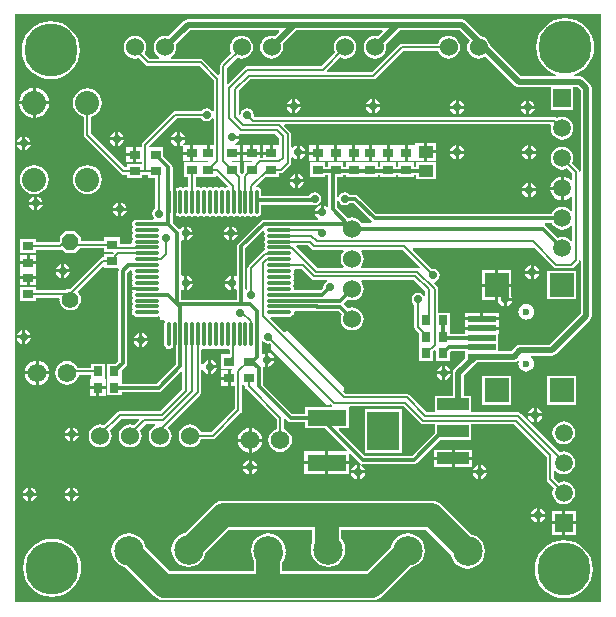
<source format=gtl>
%FSLAX24Y24*%
%MOMM*%
%SFA1B1*%

%IPPOS*%
%AMD56*
4,1,8,0.701040,0.292100,0.292100,0.701040,-0.292100,0.701040,-0.701040,0.292100,-0.701040,-0.292100,-0.292100,-0.701040,0.292100,-0.701040,0.701040,-0.292100,0.701040,0.292100,0.0*
%
%ADD13C,0.199898*%
%ADD17O,0.299974X2.100072*%
%ADD18O,2.100072X0.299974*%
%ADD19R,0.899922X0.800100*%
%ADD20R,0.800100X0.899922*%
%ADD21R,1.299972X0.999998*%
%ADD22R,2.700020X0.999998*%
%ADD23R,2.700020X3.299968*%
%ADD24R,3.299968X1.400048*%
%ADD46R,1.999996X1.999996*%
%ADD47R,2.400046X0.499872*%
%ADD48C,0.299974*%
%ADD49C,0.499872*%
%ADD50C,1.999996*%
%ADD51C,2.500122*%
%ADD52C,1.524000*%
%ADD53R,1.500124X1.500124*%
%ADD54C,1.500124*%
%ADD55C,1.400048*%
G04~CAMADD=56~4~0.0~0.0~551.2~551.2~0.0~161.4~0~0.0~0.0~0.0~0.0~0~0.0~0.0~0.0~0.0~0~0.0~0.0~0.0~315.0~551.2~551.2*
%ADD56D56*%
%ADD57C,0.599948*%
%ADD58C,2.032000*%
%ADD59C,1.574800*%
%ADD60C,0.700024*%
%ADD61C,4.500118*%
%LNpcb_cloud_controller-1*%
%LPD*%
G36*
X1436370Y619760D02*
X939800D01*
Y1117600*
X1436370*
Y619760*
G37*
%LNpcb_cloud_controller-2*%
%LPC*%
G36*
X1405890Y1114277D02*
X1401086Y1113805D01*
X1396469Y1112405*
X1392212Y1110129*
X1388480Y1107066*
X1385420Y1103337*
X1383144Y1099080*
X1381744Y1094463*
X1381272Y1089660*
X1381744Y1084856*
X1383144Y1080239*
X1385420Y1075982*
X1388480Y1072253*
X1392212Y1069190*
X1396469Y1066914*
X1398470Y1066307*
X1398282Y1065037*
X1368419*
X1341996Y1091463*
X1341902Y1092172*
X1340932Y1094511*
X1339390Y1096520*
X1337381Y1098062*
X1335041Y1099032*
X1334333Y1099126*
X1321503Y1111953*
X1320015Y1112949*
X1318260Y1113297*
X1263650*
X1176020*
X1086149*
X1084394Y1112949*
X1082906Y1111953*
X1069873Y1098923*
X1069611Y1099032*
X1067099Y1099362*
X1064587Y1099032*
X1062248Y1098062*
X1060239Y1096520*
X1058697Y1094511*
X1057727Y1092172*
X1057396Y1089660*
X1057727Y1087147*
X1058697Y1084808*
X1060239Y1082799*
X1062207Y1081288*
X1062220Y1081163*
X1061918Y1080018*
X1054097*
X1049756Y1084359*
X1050102Y1084808*
X1051072Y1087147*
X1051402Y1089660*
X1051072Y1092172*
X1050102Y1094511*
X1048560Y1096520*
X1046551Y1098062*
X1044211Y1099032*
X1041699Y1099362*
X1039187Y1099032*
X1036848Y1098062*
X1034839Y1096520*
X1033297Y1094511*
X1032327Y1092172*
X1031996Y1089660*
X1032327Y1087147*
X1033297Y1084808*
X1034839Y1082799*
X1036848Y1081257*
X1039187Y1080287*
X1041699Y1079957*
X1044211Y1080287*
X1044895Y1080569*
X1050665Y1074795*
X1050668*
X1051659Y1074132*
X1052830Y1073901*
X1096012*
X1108191Y1061722*
Y1035969*
X1106921Y1035583*
X1106324Y1036474*
X1104506Y1037691*
X1102360Y1038118*
X1100213Y1037691*
X1098395Y1036474*
X1097788Y1035568*
X1075690*
X1074519Y1035337*
X1073525Y1034671*
X1048125Y1009274*
X1047462Y1008280*
X1047231Y1007110*
Y1005410*
X1042670*
Y998870*
Y992329*
X1047231*
Y990869*
X1034900*
Y987927*
X1033157*
X1004326Y1016759*
Y1030808*
X1004443Y1030823*
X1007399Y1032047*
X1009939Y1033998*
X1011890Y1036538*
X1013114Y1039495*
X1013533Y1042670*
X1013114Y1045845*
X1011890Y1048801*
X1009939Y1051341*
X1007399Y1053292*
X1004443Y1054516*
X1001268Y1054935*
X998093Y1054516*
X995136Y1053292*
X992596Y1051341*
X990645Y1048801*
X989421Y1045845*
X989002Y1042670*
X989421Y1039495*
X990645Y1036538*
X992596Y1033998*
X995136Y1032047*
X998093Y1030823*
X998209Y1030808*
Y1015492*
X998440Y1014321*
X999106Y1013330*
X1029728Y982708*
X1030719Y982042*
X1031890Y981811*
X1034900*
Y978870*
X1047899*
Y981811*
X1052680*
Y978870*
X1058661*
Y953262*
X1057755Y952654*
X1056538Y950836*
X1056111Y948690*
X1056538Y946543*
X1057534Y945055*
X1057048Y943785*
X1042692*
X1041328Y943513*
X1040170Y942738*
X1039395Y941580*
X1039124Y940216*
X1039395Y938850*
X1040155Y937717*
X1039395Y936581*
X1039124Y935215*
X1039395Y933851*
X1040155Y932715*
X1039395Y931580*
X1039124Y930216*
X1039395Y928850*
X1040155Y927717*
X1039395Y926581*
X1039124Y925215*
X1039279Y924448*
X1038435Y923178*
X1028849*
Y928669*
X1015850*
Y925728*
X995789*
Y929330*
X991290Y933831*
X982289*
X977790Y929330*
Y925235*
X977013Y924458*
X957729*
Y927399*
X944730*
Y915400*
X957729*
Y918342*
X978281*
X979449Y918573*
X979507Y918613*
X982289Y915830*
X991290*
X995070Y919612*
X1015850*
Y916670*
X1023010*
X1023485Y915560*
X1022748Y914669*
X1015850*
Y911727*
X1014349*
X1013178Y911496*
X1012187Y910831*
X986411Y885057*
X984440Y884798*
X982251Y883892*
X982111Y883785*
X982091Y883790*
X982088Y883787*
X957729*
Y886729*
X944730*
Y874730*
X957729*
Y877671*
X976965*
X977803Y876716*
X977712Y876030*
X978021Y873681*
X978928Y871491*
X980371Y869612*
X982251Y868169*
X984440Y867262*
X986790Y866952*
X989139Y867262*
X991328Y868169*
X993208Y869612*
X994651Y871491*
X995558Y873681*
X995867Y876030*
X995558Y878380*
X994651Y880569*
X993208Y882449*
X993162Y883158*
X1014580Y904575*
X1015850Y904049*
Y902670*
X1027115*
X1027864Y901400*
X1027671Y900430*
Y823788*
X1025723Y821839*
X1018270*
Y808840*
Y807869*
Y794870*
X1030269*
Y797801*
X1061720*
X1063086Y798073*
X1064244Y798847*
X1080668Y815271*
X1081841Y814786*
Y800315*
X1062992Y781466*
X1028598*
X1027427Y781232*
X1026434Y780569*
X1015596Y769731*
X1014702Y770102*
X1012190Y770432*
X1009677Y770102*
X1007338Y769132*
X1005329Y767590*
X1003787Y765581*
X1002817Y763242*
X1002487Y760730*
X1002817Y758217*
X1003787Y755878*
X1005329Y753869*
X1007338Y752327*
X1009677Y751357*
X1012190Y751027*
X1014702Y751357*
X1017041Y752327*
X1019050Y753869*
X1020592Y755878*
X1021562Y758217*
X1021892Y760730*
X1021562Y763242*
X1020592Y765581*
X1020376Y765860*
X1029863Y775350*
X1044953*
X1045438Y774176*
X1040996Y769731*
X1040102Y770102*
X1037590Y770432*
X1035077Y770102*
X1032738Y769132*
X1030729Y767590*
X1029187Y765581*
X1028217Y763242*
X1027887Y760730*
X1028217Y758217*
X1029187Y755878*
X1030729Y753869*
X1032738Y752327*
X1035077Y751357*
X1037590Y751027*
X1040102Y751357*
X1042441Y752327*
X1044450Y753869*
X1045992Y755878*
X1046962Y758217*
X1047292Y760730*
X1046962Y763242*
X1045992Y765581*
X1045778Y765860*
X1050582Y770666*
X1058522*
X1058776Y769396*
X1058138Y769132*
X1056129Y767590*
X1054587Y765581*
X1053617Y763242*
X1053287Y760730*
X1053617Y758217*
X1054587Y755878*
X1056129Y753869*
X1058138Y752327*
X1060477Y751357*
X1062990Y751027*
X1065502Y751357*
X1067841Y752327*
X1069850Y753869*
X1071392Y755878*
X1072362Y758217*
X1072692Y760730*
X1072362Y763242*
X1071392Y765581*
X1069850Y767590*
X1069804Y768311*
X1097064Y795571*
X1097727Y796564*
X1097958Y797735*
Y816576*
X1099210Y816792*
X1100546Y814796*
X1102542Y813460*
X1103630Y813244*
Y819150*
Y825055*
X1102542Y824839*
X1100546Y823503*
X1099210Y821507*
X1097958Y821723*
Y833589*
X1099228Y834339*
X1100193Y834146*
X1101559Y834420*
X1102692Y835177*
X1103828Y834420*
X1105194Y834146*
X1106558Y834420*
X1107694Y835177*
X1108829Y834420*
X1110193Y834146*
X1111559Y834420*
X1112692Y835177*
X1113828Y834420*
X1115194Y834146*
X1116558Y834420*
X1117693Y835177*
X1118829Y834420*
X1120193Y834146*
X1120571Y834222*
X1121841Y833196*
Y829609*
X1114910*
Y817610*
X1124219*
X1124996Y816340*
X1124902Y816157*
X1124889Y816150*
X1122680*
Y809609*
Y803069*
X1125971*
Y783587*
X1106172Y763788*
X1097536*
X1096792Y765581*
X1095250Y767590*
X1093241Y769132*
X1090902Y770102*
X1088390Y770432*
X1085877Y770102*
X1083538Y769132*
X1081529Y767590*
X1079987Y765581*
X1079017Y763242*
X1078687Y760730*
X1079017Y758217*
X1079987Y755878*
X1081529Y753869*
X1083538Y752327*
X1085877Y751357*
X1088390Y751027*
X1090902Y751357*
X1093241Y752327*
X1095250Y753869*
X1096792Y755878*
X1097536Y757671*
X1107440*
X1108610Y757902*
X1109604Y758568*
X1131194Y780158*
X1131857Y781149*
X1132088Y782320*
Y803610*
X1134097*
X1134861Y802640*
X1135092Y801469*
X1135758Y800475*
X1161531Y774702*
Y766340*
X1159609Y765545*
X1157546Y763963*
X1155964Y761898*
X1154971Y759498*
X1154630Y756920*
X1154971Y754341*
X1155964Y751941*
X1157546Y749879*
X1159609Y748294*
X1162011Y747301*
X1164590Y746960*
X1167168Y747301*
X1169570Y748294*
X1171630Y749879*
X1173215Y751941*
X1174208Y754341*
X1174549Y756920*
X1174208Y759498*
X1173215Y761898*
X1171630Y763963*
X1169570Y765545*
X1167648Y766340*
Y774959*
X1168918Y775484*
X1170955Y773447*
X1172113Y772673*
X1173480Y772401*
X1185458*
Y766919*
X1202883*
X1221171Y748631*
X1220683Y747458*
X1205230*
Y739190*
X1222999*
Y745144*
X1224173Y745629*
X1231917Y737887*
X1232532Y737476*
X1232852Y737260*
X1232357Y736064*
X1232034Y736127*
X1231900Y736155*
Y731520*
X1236535*
X1236319Y732607*
X1234983Y734603*
X1233528Y735576*
X1233208Y735792*
X1233703Y736988*
X1234025Y736922*
X1234440Y736841*
X1277620*
X1278986Y737113*
X1280144Y737887*
X1299796Y757539*
X1326431*
Y770371*
X1362712*
X1390131Y742952*
Y723900*
X1390362Y722729*
X1391025Y721738*
X1396083Y716681*
X1395364Y714949*
X1395039Y712470*
X1395364Y709990*
X1396321Y707679*
X1397843Y705695*
X1399829Y704171*
X1402140Y703214*
X1404620Y702889*
X1407099Y703214*
X1409410Y704171*
X1411394Y705695*
X1412918Y707679*
X1413875Y709990*
X1414200Y712470*
X1413875Y714949*
X1412918Y717260*
X1411394Y719246*
X1409410Y720768*
X1407099Y721725*
X1404620Y722050*
X1402140Y721725*
X1400408Y721006*
X1396248Y725167*
Y731088*
X1397518Y731520*
X1397843Y731093*
X1399829Y729571*
X1402140Y728614*
X1404620Y728289*
X1407099Y728614*
X1409410Y729571*
X1411394Y731093*
X1412918Y733079*
X1413875Y735390*
X1414200Y737870*
X1413875Y740349*
X1412918Y742660*
X1411394Y744644*
X1409410Y746168*
X1407099Y747125*
X1404620Y747450*
X1402140Y747125*
X1401305Y746780*
X1368493Y779592*
X1367500Y780254*
X1366329Y780488*
X1327678*
X1326431Y780539*
Y794539*
X1319918*
Y811778*
X1331239Y823102*
X1362359*
X1364114Y823450*
X1365605Y824445*
X1366674Y823722*
X1366537Y823386*
X1366314Y821690*
X1366537Y819993*
X1367193Y818410*
X1368234Y817054*
X1369590Y816013*
X1371173Y815357*
X1372870Y815134*
X1374566Y815357*
X1376149Y816013*
X1377505Y817054*
X1378546Y818410*
X1379202Y819993*
X1379425Y821690*
X1379202Y823386*
X1378546Y824969*
X1377505Y826325*
X1376286Y827262*
X1376304Y827737*
X1376644Y828532*
X1394460*
X1396215Y828880*
X1397703Y829876*
X1426913Y859086*
X1427909Y860574*
X1428257Y862330*
Y1055370*
X1427909Y1057125*
X1426913Y1058613*
X1421833Y1063693*
X1420345Y1064689*
X1418590Y1065037*
X1413497*
X1413309Y1066307*
X1415310Y1066914*
X1419567Y1069190*
X1423299Y1072253*
X1426359Y1075982*
X1428635Y1080239*
X1430035Y1084856*
X1430507Y1089660*
X1430035Y1094463*
X1428635Y1099080*
X1426359Y1103337*
X1423299Y1107066*
X1419567Y1110129*
X1415310Y1112405*
X1410693Y1113805*
X1405890Y1114277*
G37*
G36*
X970280Y1111737D02*
X965476Y1111265D01*
X960859Y1109865*
X956602Y1107589*
X952873Y1104529*
X949810Y1100797*
X947534Y1096540*
X946134Y1091923*
X945662Y1087120*
X946134Y1082316*
X947534Y1077699*
X949810Y1073442*
X952873Y1069710*
X956602Y1066650*
X960859Y1064374*
X965476Y1062974*
X970280Y1062502*
X975083Y1062974*
X979700Y1064374*
X983957Y1066650*
X987689Y1069710*
X990749Y1073442*
X993025Y1077699*
X994425Y1082316*
X994897Y1087120*
X994425Y1091923*
X993025Y1096540*
X990749Y1100797*
X987689Y1104529*
X983957Y1107589*
X979700Y1109865*
X975083Y1111265*
X970280Y1111737*
G37*
G36*
X957580Y1055311D02*
Y1043940D01*
X968951*
X968682Y1045984*
X967404Y1049075*
X965367Y1051727*
X962715Y1053762*
X959624Y1055042*
X957580Y1055311*
G37*
G36*
X955040D02*
X952995Y1055042D01*
X949904Y1053762*
X947252Y1051727*
X945215Y1049075*
X943937Y1045984*
X943668Y1043940*
X955040*
Y1055311*
G37*
G36*
X968951Y1041400D02*
X957580D01*
Y1030028*
X959624Y1030297*
X962715Y1031577*
X965367Y1033612*
X967404Y1036264*
X968682Y1039355*
X968951Y1041400*
G37*
G36*
X955040D02*
X943668D01*
X943937Y1039355*
X945215Y1036264*
X947252Y1033612*
X949904Y1031577*
X952995Y1030297*
X955040Y1030028*
Y1041400*
G37*
G36*
X1027430Y1018095D02*
Y1013460D01*
X1032065*
X1031849Y1014547*
X1030513Y1016543*
X1028517Y1017879*
X1027430Y1018095*
G37*
G36*
X1024890D02*
X1023802Y1017879D01*
X1021806Y1016543*
X1020470Y1014547*
X1020254Y1013460*
X1024890*
Y1018095*
G37*
G36*
X948690Y1014285D02*
Y1009650D01*
X953325*
X953109Y1010737*
X951773Y1012733*
X949777Y1014069*
X948690Y1014285*
G37*
G36*
X946150D02*
X945062Y1014069D01*
X943066Y1012733*
X941730Y1010737*
X941514Y1009650*
X946150*
Y1014285*
G37*
G36*
X1032065Y1010920D02*
X1027430D01*
Y1006284*
X1028517Y1006500*
X1030513Y1007836*
X1031849Y1009832*
X1032065Y1010920*
G37*
G36*
X1024890D02*
X1020254D01*
X1020470Y1009832*
X1021806Y1007836*
X1023802Y1006500*
X1024890Y1006284*
Y1010920*
G37*
G36*
X953325Y1007110D02*
X948690D01*
Y1002474*
X949777Y1002690*
X951773Y1004026*
X953109Y1006022*
X953325Y1007110*
G37*
G36*
X946150D02*
X941514D01*
X941730Y1006022*
X943066Y1004026*
X945062Y1002690*
X946150Y1002474*
Y1007110*
G37*
G36*
X1040130Y1005410D02*
X1034359D01*
Y1000140*
X1040130*
Y1005410*
G37*
G36*
Y997600D02*
X1034359D01*
Y992329*
X1040130*
Y997600*
G37*
G36*
X1001268Y989911D02*
X998093Y989492D01*
X995136Y988268*
X992596Y986317*
X990645Y983777*
X989421Y980821*
X989002Y977646*
X989421Y974471*
X990645Y971514*
X992596Y968974*
X995136Y967023*
X998093Y965799*
X1001268Y965380*
X1004443Y965799*
X1007399Y967023*
X1009939Y968974*
X1011890Y971514*
X1013114Y974471*
X1013533Y977646*
X1013114Y980821*
X1011890Y983777*
X1009939Y986317*
X1007399Y988268*
X1004443Y989492*
X1001268Y989911*
G37*
G36*
X956310D02*
X953135Y989492D01*
X950178Y988268*
X947638Y986317*
X945687Y983777*
X944463Y980821*
X944044Y977646*
X944463Y974471*
X945687Y971514*
X947638Y968974*
X950178Y967023*
X953135Y965799*
X956310Y965380*
X959485Y965799*
X962441Y967023*
X964981Y968974*
X966932Y971514*
X968156Y974471*
X968575Y977646*
X968156Y980821*
X966932Y983777*
X964981Y986317*
X962441Y988268*
X959485Y989492*
X956310Y989911*
G37*
G36*
X958850Y963485D02*
Y958850D01*
X963485*
X963269Y959937*
X961933Y961933*
X959937Y963269*
X958850Y963485*
G37*
G36*
X956310D02*
X955222Y963269D01*
X953226Y961933*
X951890Y959937*
X951674Y958850*
X956310*
Y963485*
G37*
G36*
X1029970Y958405D02*
Y953770D01*
X1034605*
X1034389Y954857*
X1033053Y956853*
X1031057Y958189*
X1029970Y958405*
G37*
G36*
X1027430D02*
X1026342Y958189D01*
X1024346Y956853*
X1023010Y954857*
X1022794Y953770*
X1027430*
Y958405*
G37*
G36*
X963485Y956310D02*
X958850D01*
Y951674*
X959937Y951890*
X961933Y953226*
X963269Y955222*
X963485Y956310*
G37*
G36*
X956310D02*
X951674D01*
X951890Y955222*
X953226Y953226*
X955222Y951890*
X956310Y951674*
Y956310*
G37*
G36*
X1034605Y951230D02*
X1029970D01*
Y946594*
X1031057Y946810*
X1033053Y948146*
X1034389Y950142*
X1034605Y951230*
G37*
G36*
X1027430D02*
X1022794D01*
X1023010Y950142*
X1024346Y948146*
X1026342Y946810*
X1027430Y946594*
Y951230*
G37*
G36*
X958270Y913940D02*
X952500D01*
Y908669*
X958270*
Y913940*
G37*
G36*
X949960D02*
X944189D01*
Y908669*
X949960*
Y913940*
G37*
G36*
X981710Y906335D02*
Y901700D01*
X986345*
X986129Y902787*
X984793Y904783*
X982797Y906119*
X981710Y906335*
G37*
G36*
X979170D02*
X978082Y906119D01*
X976086Y904783*
X974750Y902787*
X974534Y901700*
X979170*
Y906335*
G37*
G36*
X951230Y907399D02*
D01*
Y906129*
X944189*
Y900859*
Y896000*
X951230*
X958270*
Y900859*
Y906129*
X951230*
Y907399*
G37*
G36*
X986345Y899160D02*
X981710D01*
Y894524*
X982797Y894740*
X984793Y896076*
X986129Y898072*
X986345Y899160*
G37*
G36*
X979170D02*
X974534D01*
X974750Y898072*
X976086Y896076*
X978082Y894740*
X979170Y894524*
Y899160*
G37*
G36*
X958270Y893460D02*
X952500D01*
Y888189*
X958270*
Y893460*
G37*
G36*
X949960D02*
X944189D01*
Y888189*
X949960*
Y893460*
G37*
G36*
X948690Y850455D02*
Y845820D01*
X953325*
X953109Y846907*
X951773Y848903*
X949777Y850239*
X948690Y850455*
G37*
G36*
X946150D02*
X945062Y850239D01*
X943066Y848903*
X941730Y846907*
X941514Y845820*
X946150*
Y850455*
G37*
G36*
X953325Y843280D02*
X948690D01*
Y838644*
X949777Y838860*
X951773Y840196*
X953109Y842192*
X953325Y843280*
G37*
G36*
X946150D02*
X941514D01*
X941730Y842192*
X943066Y840196*
X945062Y838860*
X946150Y838644*
Y843280*
G37*
G36*
X1106170Y825055D02*
Y820420D01*
X1110805*
X1110589Y821507*
X1109253Y823503*
X1107257Y824839*
X1106170Y825055*
G37*
G36*
X960120Y824407D02*
Y815340D01*
X969187*
X968994Y816787*
X967945Y819322*
X966276Y821496*
X964102Y823165*
X961567Y824217*
X960120Y824407*
G37*
G36*
X957580D02*
X956132Y824217D01*
X953597Y823165*
X951423Y821496*
X949754Y819322*
X948702Y816787*
X948512Y815340*
X957580*
Y824407*
G37*
G36*
X1110805Y817880D02*
X1106170D01*
Y813244*
X1107257Y813460*
X1109253Y814796*
X1110589Y816792*
X1110805Y817880*
G37*
G36*
X1120140Y816150D02*
X1114369D01*
Y810879*
X1120140*
Y816150*
G37*
G36*
X969187Y812800D02*
X960120D01*
Y803732*
X961567Y803925*
X964102Y804974*
X966276Y806643*
X967945Y808817*
X968994Y811352*
X969187Y812800*
G37*
G36*
X957580D02*
X948512D01*
X948702Y811352*
X949754Y808817*
X951423Y806643*
X953597Y804974*
X956132Y803925*
X957580Y803732*
Y812800*
G37*
G36*
X1120140Y808339D02*
X1114369D01*
Y803069*
X1120140*
Y808339*
G37*
G36*
X984250Y824029D02*
X981671Y823688D01*
X979271Y822695*
X977209Y821110*
X975624Y819050*
X974631Y816648*
X974290Y814070*
X974631Y811491*
X975624Y809091*
X977209Y807026*
X979271Y805444*
X981671Y804451*
X984250Y804110*
X986828Y804451*
X989228Y805444*
X991290Y807026*
X992875Y809091*
X993868Y811491*
X993973Y812281*
X1004270*
Y809457*
X1003729Y808410*
Y807793*
Y802640*
X1010269*
X1016810*
Y808410*
X1016269Y809457*
Y809680*
Y821839*
X1004270*
Y818398*
X993145*
X992875Y819050*
X991290Y821110*
X989228Y822695*
X986828Y823688*
X984250Y824029*
G37*
G36*
X1016810Y800100D02*
X1011539D01*
Y794329*
X1016810*
Y800100*
G37*
G36*
X1008999D02*
X1003729D01*
Y794329*
X1008999*
Y800100*
G37*
G36*
X1414868Y811189D02*
X1390870D01*
Y787189*
X1414868*
Y811189*
G37*
G36*
X1359870D02*
X1335869D01*
Y787189*
X1359870*
Y811189*
G37*
G36*
X1381760Y784415D02*
Y779780D01*
X1386395*
X1386179Y780867*
X1384843Y782863*
X1382847Y784199*
X1381760Y784415*
G37*
G36*
X1379220D02*
X1378132Y784199D01*
X1376136Y782863*
X1374800Y780867*
X1374584Y779780*
X1379220*
Y784415*
G37*
G36*
X1386395Y777240D02*
X1381760D01*
Y772604*
X1382847Y772820*
X1384843Y774156*
X1386179Y776152*
X1386395Y777240*
G37*
G36*
X1379220D02*
X1374584D01*
X1374800Y776152*
X1376136Y774156*
X1378132Y772820*
X1379220Y772604*
Y777240*
G37*
G36*
X989330Y767905D02*
Y763270D01*
X993965*
X993749Y764357*
X992413Y766353*
X990417Y767689*
X989330Y767905*
G37*
G36*
X986790D02*
X985702Y767689D01*
X983706Y766353*
X982370Y764357*
X982154Y763270*
X986790*
Y767905*
G37*
G36*
X1140460Y767255D02*
Y758190D01*
X1149525*
X1149334Y759637*
X1148285Y762172*
X1146616Y764346*
X1144442Y766015*
X1141907Y767064*
X1140460Y767255*
G37*
G36*
X1137920D02*
X1136472Y767064D01*
X1133937Y766015*
X1131763Y764346*
X1130094Y762172*
X1129045Y759637*
X1128852Y758190*
X1137920*
Y767255*
G37*
G36*
X993965Y760730D02*
X989330D01*
Y756094*
X990417Y756310*
X992413Y757646*
X993749Y759642*
X993965Y760730*
G37*
G36*
X986790D02*
X982154D01*
X982370Y759642*
X983706Y757646*
X985702Y756310*
X986790Y756094*
Y760730*
G37*
G36*
X1404620Y772850D02*
X1402140Y772525D01*
X1399829Y771568*
X1397843Y770046*
X1396321Y768060*
X1395364Y765749*
X1395039Y763270*
X1395364Y760790*
X1396321Y758479*
X1397843Y756493*
X1399829Y754971*
X1402140Y754014*
X1404620Y753689*
X1407099Y754014*
X1409410Y754971*
X1411394Y756493*
X1412918Y758479*
X1413875Y760790*
X1414200Y763270*
X1413875Y765749*
X1412918Y768060*
X1411394Y770046*
X1409410Y771568*
X1407099Y772525*
X1404620Y772850*
G37*
G36*
X1149525Y755650D02*
X1140460D01*
Y746584*
X1141907Y746772*
X1144442Y747824*
X1146616Y749493*
X1148285Y751667*
X1149334Y754202*
X1149525Y755650*
G37*
G36*
X1137920D02*
X1128852D01*
X1129045Y754202*
X1130094Y751667*
X1131763Y749493*
X1133937Y747824*
X1136472Y746772*
X1137920Y746584*
Y755650*
G37*
G36*
X1326969Y749079D02*
X1312199D01*
Y742810*
X1326969*
Y749079*
G37*
G36*
X1309659D02*
X1294889D01*
Y742810*
X1309659*
Y749079*
G37*
G36*
X1202690Y747458D02*
X1184920D01*
Y739190*
X1202690*
Y747458*
G37*
G36*
X1140460Y739965D02*
Y735330D01*
X1145095*
X1144879Y736417*
X1143543Y738413*
X1141547Y739749*
X1140460Y739965*
G37*
G36*
X1137920D02*
X1136832Y739749D01*
X1134836Y738413*
X1133500Y736417*
X1133284Y735330*
X1137920*
Y739965*
G37*
G36*
X1326969Y740270D02*
X1312199D01*
Y733999*
X1326969*
Y740270*
G37*
G36*
X1309659D02*
X1294889D01*
Y733999*
X1309659*
Y740270*
G37*
G36*
X1334770Y736155D02*
Y731520D01*
X1339405*
X1339189Y732607*
X1337853Y734603*
X1335857Y735939*
X1334770Y736155*
G37*
G36*
X1332230D02*
X1331142Y735939D01*
X1329146Y734603*
X1327810Y732607*
X1327594Y731520*
X1332230*
Y736155*
G37*
G36*
X1229360D02*
X1228272Y735939D01*
X1226276Y734603*
X1224940Y732607*
X1224724Y731520*
X1229360*
Y736155*
G37*
G36*
X1222999Y736650D02*
X1205230D01*
Y728380*
X1222999*
Y736650*
G37*
G36*
X1202690D02*
X1184920D01*
Y728380*
X1202690*
Y736650*
G37*
G36*
X1145095Y732790D02*
X1140460D01*
Y728154*
X1141547Y728370*
X1143543Y729706*
X1144879Y731702*
X1145095Y732790*
G37*
G36*
X1137920D02*
X1133284D01*
X1133500Y731702*
X1134836Y729706*
X1136832Y728370*
X1137920Y728154*
Y732790*
G37*
G36*
X1339405Y728980D02*
X1334770D01*
Y724344*
X1335857Y724560*
X1337853Y725896*
X1339189Y727892*
X1339405Y728980*
G37*
G36*
X1332230D02*
X1327594D01*
X1327810Y727892*
X1329146Y725896*
X1331142Y724560*
X1332230Y724344*
Y728980*
G37*
G36*
X1236535D02*
X1231900D01*
Y724344*
X1232987Y724560*
X1234983Y725896*
X1236319Y727892*
X1236535Y728980*
G37*
G36*
X1229360D02*
X1224724D01*
X1224940Y727892*
X1226276Y725896*
X1228272Y724560*
X1229360Y724344*
Y728980*
G37*
G36*
X989330Y717105D02*
Y712470D01*
X993965*
X993749Y713557*
X992413Y715553*
X990417Y716889*
X989330Y717105*
G37*
G36*
X986790D02*
X985702Y716889D01*
X983706Y715553*
X982370Y713557*
X982154Y712470*
X986790*
Y717105*
G37*
G36*
X953770D02*
Y712470D01*
X958405*
X958189Y713557*
X956853Y715553*
X954857Y716889*
X953770Y717105*
G37*
G36*
X951230D02*
X950142Y716889D01*
X948146Y715553*
X946810Y713557*
X946594Y712470*
X951230*
Y717105*
G37*
G36*
X993965Y709930D02*
X989330D01*
Y705294*
X990417Y705510*
X992413Y706846*
X993749Y708842*
X993965Y709930*
G37*
G36*
X986790D02*
X982154D01*
X982370Y708842*
X983706Y706846*
X985702Y705510*
X986790Y705294*
Y709930*
G37*
G36*
X958405D02*
X953770D01*
Y705294*
X954857Y705510*
X956853Y706846*
X958189Y708842*
X958405Y709930*
G37*
G36*
X951230D02*
X946594D01*
X946810Y708842*
X948146Y706846*
X950142Y705510*
X951230Y705294*
Y709930*
G37*
G36*
X1384300Y699325D02*
Y694690D01*
X1388935*
X1388719Y695777*
X1387383Y697773*
X1385387Y699109*
X1384300Y699325*
G37*
G36*
X1381760D02*
X1380672Y699109D01*
X1378676Y697773*
X1377340Y695777*
X1377124Y694690*
X1381760*
Y699325*
G37*
G36*
X1414660Y697110D02*
X1405890D01*
Y688340*
X1414660*
Y697110*
G37*
G36*
X1403350D02*
X1394579D01*
Y688340*
X1403350*
Y697110*
G37*
G36*
X1388935Y692150D02*
X1384300D01*
Y687514*
X1385387Y687730*
X1387383Y689066*
X1388719Y691062*
X1388935Y692150*
G37*
G36*
X1381760D02*
X1377124D01*
X1377340Y691062*
X1378676Y689066*
X1380672Y687730*
X1381760Y687514*
Y692150*
G37*
G36*
X1414660Y685800D02*
X1405890D01*
Y677029*
X1414660*
Y685800*
G37*
G36*
X1403350D02*
X1394579D01*
Y677029*
X1403350*
Y685800*
G37*
G36*
X1292860Y705523D02*
X1116330D01*
X1113198Y705111*
X1110277Y703902*
X1107772Y701979*
X1084249Y678456*
X1083335Y678337*
X1079807Y676876*
X1076777Y674550*
X1074453Y671522*
X1072992Y667994*
X1072494Y664210*
X1072992Y660425*
X1074453Y656897*
X1076777Y653869*
X1079807Y651545*
X1083335Y650082*
X1087120Y649584*
X1090904Y650082*
X1094432Y651545*
X1097460Y653869*
X1099784Y656897*
X1101247Y660425*
X1101366Y661339*
X1121343Y681316*
X1191856*
Y669813*
X1191102Y667994*
X1190604Y664210*
X1191102Y660425*
X1192565Y656897*
X1194889Y653869*
X1197917Y651545*
X1201445Y650082*
X1205230Y649584*
X1209014Y650082*
X1212542Y651545*
X1215572Y653869*
X1217896Y656897*
X1219357Y660425*
X1219855Y664210*
X1219357Y667994*
X1217896Y671522*
X1216063Y673910*
Y681316*
X1287846*
X1309093Y660069*
X1309212Y659155*
X1310673Y655627*
X1312997Y652597*
X1316027Y650273*
X1319555Y648812*
X1323340Y648314*
X1327124Y648812*
X1330652Y650273*
X1333680Y652597*
X1336004Y655627*
X1337467Y659155*
X1337965Y662940*
X1337467Y666724*
X1336004Y670252*
X1333680Y673282*
X1330652Y675604*
X1327124Y677067*
X1326210Y677186*
X1301417Y701979*
X1298912Y703902*
X1295991Y705111*
X1292860Y705523*
G37*
G36*
X1272590Y678225D02*
X1268806Y677727D01*
X1265278Y676264*
X1262247Y673940*
X1259923Y670913*
X1258463Y667385*
X1258343Y666470*
X1237706Y645833*
X1166533*
Y653745*
X1167503Y655007*
X1168712Y657928*
X1169123Y661060*
X1168948Y662398*
X1169106Y663600*
X1168605Y667385*
X1167145Y670913*
X1164821Y673940*
X1161793Y676264*
X1158265Y677727*
X1154480Y678225*
X1150693Y677727*
X1147168Y676264*
X1144137Y673940*
X1141813Y670913*
X1140353Y667385*
X1139855Y663600*
X1140353Y659815*
X1141813Y656287*
X1142326Y655619*
Y645833*
X1071252*
X1050617Y666470*
X1050498Y667385*
X1049035Y670913*
X1046711Y673940*
X1043683Y676264*
X1040155Y677727*
X1036370Y678225*
X1032586Y677727*
X1029058Y676264*
X1026027Y673940*
X1023703Y670913*
X1022243Y667385*
X1021745Y663600*
X1022243Y659815*
X1023703Y656287*
X1026027Y653257*
X1029058Y650933*
X1032586Y649472*
X1033500Y649353*
X1057681Y625170*
X1060188Y623247*
X1063106Y622038*
X1066241Y621626*
X1242720*
X1245852Y622038*
X1248773Y623247*
X1251277Y625170*
X1275461Y649353*
X1276375Y649472*
X1279903Y650933*
X1282931Y653257*
X1285255Y656287*
X1286715Y659815*
X1287216Y663600*
X1286715Y667385*
X1285255Y670913*
X1282931Y673940*
X1279903Y676264*
X1276375Y677727*
X1272590Y678225*
G37*
G36*
X971550Y673587D02*
X966746Y673115D01*
X962129Y671715*
X957872Y669439*
X954140Y666376*
X951080Y662647*
X948804Y658390*
X947404Y653773*
X946932Y648970*
X947404Y644166*
X948804Y639549*
X951080Y635292*
X954140Y631560*
X957872Y628500*
X962129Y626224*
X966746Y624824*
X971550Y624352*
X976353Y624824*
X980970Y626224*
X985227Y628500*
X988956Y631560*
X992019Y635292*
X994295Y639549*
X995695Y644166*
X996167Y648970*
X995695Y653773*
X994295Y658390*
X992019Y662647*
X988956Y666376*
X985227Y669439*
X980970Y671715*
X976353Y673115*
X971550Y673587*
G37*
G36*
X1404620Y672317D02*
X1399816Y671845D01*
X1395199Y670445*
X1390942Y668169*
X1387210Y665109*
X1384150Y661377*
X1381874Y657120*
X1380474Y652503*
X1380002Y647700*
X1380474Y642896*
X1381874Y638279*
X1384150Y634022*
X1387210Y630293*
X1390942Y627230*
X1395199Y624954*
X1399816Y623554*
X1404620Y623082*
X1409423Y623554*
X1414040Y624954*
X1418297Y627230*
X1422029Y630293*
X1425089Y634022*
X1427365Y638279*
X1428765Y642896*
X1429237Y647700*
X1428765Y652503*
X1427365Y657120*
X1425089Y661377*
X1422029Y665109*
X1418297Y668169*
X1414040Y670445*
X1409423Y671845*
X1404620Y672317*
G37*
%LNpcb_cloud_controller-3*%
%LPD*%
G36*
X1324927Y1095555D02*
X1324127Y1094511D01*
X1323157Y1092172*
X1322826Y1089660*
X1323157Y1087147*
X1324127Y1084808*
X1325669Y1082799*
X1327678Y1081257*
X1330017Y1080287*
X1332529Y1079957*
X1335041Y1080287*
X1337381Y1081257*
X1338425Y1082057*
X1363276Y1057206*
X1364764Y1056210*
X1366520Y1055862*
X1393850*
Y1036980*
X1412849*
Y1055862*
X1416690*
X1419082Y1053470*
Y984509*
X1417812Y984384*
X1417607Y985420*
X1416944Y986411*
X1411886Y991468*
X1412605Y993200*
X1412930Y995680*
X1412605Y998159*
X1411648Y1000470*
X1410124Y1002456*
X1408140Y1003978*
X1405829Y1004935*
X1403350Y1005260*
X1400870Y1004935*
X1398559Y1003978*
X1396573Y1002456*
X1395051Y1000470*
X1394094Y998159*
X1393769Y995680*
X1394094Y993200*
X1395051Y990889*
X1396573Y988905*
X1398559Y987381*
X1400870Y986424*
X1403350Y986099*
X1405829Y986424*
X1407561Y987143*
X1411721Y982982*
Y977839*
X1410893Y977557*
X1410451Y977485*
X1408412Y979050*
X1405971Y980061*
X1404620Y980239*
Y970280*
Y960320*
X1405971Y960498*
X1408412Y961509*
X1410451Y963074*
X1410893Y963002*
X1411721Y962720*
Y951661*
X1410451Y951230*
X1410124Y951656*
X1408140Y953178*
X1405829Y954135*
X1403350Y954460*
X1400870Y954135*
X1398559Y953178*
X1396573Y951656*
X1395051Y949670*
X1394546Y948448*
X1246078*
X1230612Y963912*
X1229456Y964686*
X1228090Y964958*
X1223431*
X1223164Y965354*
X1221346Y966571*
X1219200Y966998*
X1217053Y966571*
X1215235Y965354*
X1214018Y963536*
X1213878Y962830*
X1212608Y962954*
Y980140*
X1218079*
Y981570*
X1220320*
Y980140*
X1233319*
X1234290*
X1247289*
Y981570*
X1249530*
Y980140*
X1262529*
Y981570*
X1264770*
Y980140*
X1277769*
Y981570*
X1279278*
Y978138*
X1296281*
Y992139*
X1279278*
Y988707*
X1277769*
Y992139*
X1264770*
Y988707*
X1262529*
Y992139*
X1249530*
Y988707*
X1247289*
Y992139*
X1234290*
X1233319*
X1220320*
Y988707*
X1218079*
Y992139*
X1205080*
Y988707*
X1202839*
Y992139*
X1189840*
Y980140*
X1202839*
Y981570*
X1205080*
Y980140*
X1205471*
Y954979*
X1204201Y954516*
X1202507Y955649*
X1201420Y955865*
Y949960*
X1200150*
Y948690*
X1194244*
X1194460Y947602*
X1195796Y945606*
X1196764Y944958*
X1196378Y943688*
X1174993*
X1174511Y943785*
X1172695*
X1154694*
X1150528*
X1149162Y943513*
X1148003Y942738*
X1128793Y923526*
X1128019Y922370*
X1127747Y921004*
Y896343*
X1126627Y895746*
X1126307Y895959*
X1125220Y896175*
Y890270*
Y884364*
X1126307Y884580*
X1126627Y884793*
X1127747Y884196*
Y875946*
X1081036*
Y884026*
X1082029Y884557*
X1082306Y884562*
X1083310Y884364*
Y890270*
Y896175*
X1082306Y895977*
X1082029Y895982*
X1081036Y896513*
Y925936*
X1082029Y926467*
X1082306Y926475*
X1083310Y926274*
Y932180*
Y938085*
X1082222Y937869*
X1080226Y936533*
X1079974Y936160*
X1078710Y936035*
X1073470Y941278*
Y944643*
X1073924Y945019*
Y958715*
Y972413*
X1073467Y972786*
Y988151*
X1073195Y989515*
X1072423Y990673*
X1065679Y997417*
Y1004869*
X1054066*
X1053645Y1006139*
X1076957Y1029451*
X1097788*
X1098395Y1028545*
X1100213Y1027328*
X1102360Y1026901*
X1104506Y1027328*
X1106324Y1028545*
X1106921Y1029436*
X1108191Y1029050*
Y1006680*
X1104900*
Y1000140*
X1102360*
Y1006680*
X1096589*
X1090930*
Y1000140*
Y993599*
X1096700*
X1103782*
X1104463Y992329*
X1104333Y992139*
X1097130*
X1096159*
X1083160*
Y980140*
X1086840*
Y972235*
X1085570Y971209*
X1085194Y971285*
X1083828Y971014*
X1082695Y970254*
X1081559Y971014*
X1080193Y971285*
X1078829Y971014*
X1078151Y970561*
X1078105Y970627*
X1076769Y971522*
X1076464Y971583*
Y958715*
Y945850*
X1076769Y945911*
X1078105Y946802*
X1078151Y946871*
X1078829Y946419*
X1080193Y946147*
X1081559Y946419*
X1082695Y947176*
X1083828Y946419*
X1085194Y946147*
X1086558Y946419*
X1087694Y947176*
X1088829Y946419*
X1090193Y946147*
X1091559Y946419*
X1092695Y947176*
X1093828Y946419*
X1095194Y946147*
X1096558Y946419*
X1097694Y947176*
X1098829Y946419*
X1100193Y946147*
X1101559Y946419*
X1102692Y947176*
X1103828Y946419*
X1105194Y946147*
X1106558Y946419*
X1107694Y947176*
X1108829Y946419*
X1110193Y946147*
X1111559Y946419*
X1112692Y947176*
X1113828Y946419*
X1115194Y946147*
X1116558Y946419*
X1117693Y947176*
X1118829Y946419*
X1120193Y946147*
X1121559Y946419*
X1122692Y947176*
X1123828Y946419*
X1125194Y946147*
X1126558Y946419*
X1127693Y947176*
X1128829Y946419*
X1130193Y946147*
X1131559Y946419*
X1132692Y947176*
X1133828Y946419*
X1135194Y946147*
X1136558Y946419*
X1137693Y947176*
X1138829Y946419*
X1140193Y946147*
X1141559Y946419*
X1142695Y947176*
X1143828Y946419*
X1145194Y946147*
X1146558Y946419*
X1147716Y947191*
X1148491Y948349*
X1148763Y949716*
Y956551*
X1191140*
X1191653Y956208*
X1193800Y955781*
X1195946Y956208*
X1197764Y957425*
X1198981Y959243*
X1199408Y961390*
X1198981Y963536*
X1197764Y965354*
X1195946Y966571*
X1193800Y966998*
X1191653Y966571*
X1189835Y965354*
X1188720Y963688*
X1148763*
Y967717*
X1148491Y969081*
X1147716Y970239*
X1146558Y971014*
X1145194Y971285*
X1145141Y971273*
X1144513Y972444*
X1152210Y980140*
X1163469*
Y983081*
X1165209*
X1166380Y983315*
X1167373Y983978*
X1173104Y989708*
X1173767Y990699*
X1173998Y991870*
Y996330*
X1175268Y996713*
X1175476Y996406*
X1177472Y995070*
X1178560Y994854*
Y1000760*
Y1006665*
X1177472Y1006449*
X1175476Y1005113*
X1175268Y1004806*
X1173998Y1005189*
Y1016000*
X1173767Y1017170*
X1173104Y1018161*
X1167876Y1023388*
X1168364Y1024562*
X1393317*
X1394058Y1023292*
X1393769Y1021080*
X1394094Y1018600*
X1395051Y1016289*
X1396573Y1014303*
X1398559Y1012781*
X1400870Y1011824*
X1403350Y1011499*
X1405829Y1011824*
X1408140Y1012781*
X1410124Y1014303*
X1411648Y1016289*
X1412605Y1018600*
X1412930Y1021080*
X1412605Y1023559*
X1411648Y1025870*
X1410124Y1027856*
X1408140Y1029378*
X1405829Y1030335*
X1403350Y1030660*
X1400870Y1030335*
X1399138Y1029616*
X1398973Y1029782*
X1397980Y1030444*
X1396809Y1030678*
X1142946*
X1142088Y1031651*
X1142258Y1032510*
X1141831Y1034656*
X1140614Y1036474*
X1138796Y1037691*
X1136650Y1038118*
X1134503Y1037691*
X1132685Y1036474*
X1131468Y1034656*
X1131135Y1032972*
X1130079Y1032342*
X1129802Y1032294*
X1129548Y1032446*
Y1052832*
X1139187Y1062471*
X1243330*
X1244500Y1062702*
X1245491Y1063365*
X1268727Y1086601*
X1297985*
X1298727Y1084808*
X1300269Y1082799*
X1302278Y1081257*
X1304617Y1080287*
X1307129Y1079957*
X1309641Y1080287*
X1311981Y1081257*
X1313990Y1082799*
X1315532Y1084808*
X1316502Y1087147*
X1316832Y1089660*
X1316502Y1092172*
X1315532Y1094511*
X1313990Y1096520*
X1311981Y1098062*
X1309641Y1099032*
X1307129Y1099362*
X1304617Y1099032*
X1302278Y1098062*
X1300269Y1096520*
X1298727Y1094511*
X1297985Y1092718*
X1267460*
X1266289Y1092487*
X1265295Y1091821*
X1242062Y1068588*
X1204414*
X1203926Y1069761*
X1215196Y1081029*
X1216987Y1080287*
X1219499Y1079957*
X1222011Y1080287*
X1224351Y1081257*
X1226360Y1082799*
X1227902Y1084808*
X1228872Y1087147*
X1229202Y1089660*
X1228872Y1092172*
X1227902Y1094511*
X1226360Y1096520*
X1224351Y1098062*
X1222011Y1099032*
X1219499Y1099362*
X1216987Y1099032*
X1214648Y1098062*
X1212639Y1096520*
X1211097Y1094511*
X1210127Y1092172*
X1209796Y1089660*
X1210127Y1087147*
X1210871Y1085357*
X1199182Y1073668*
X1136650*
X1135479Y1073437*
X1134488Y1072774*
X1120561Y1058847*
X1119388Y1059334*
Y1072459*
X1127843Y1080914*
X1129357Y1080287*
X1131869Y1079957*
X1134381Y1080287*
X1136721Y1081257*
X1138730Y1082799*
X1140272Y1084808*
X1141242Y1087147*
X1141572Y1089660*
X1141242Y1092172*
X1140272Y1094511*
X1138730Y1096520*
X1136721Y1098062*
X1134381Y1099032*
X1131869Y1099362*
X1129357Y1099032*
X1127018Y1098062*
X1125009Y1096520*
X1123467Y1094511*
X1122497Y1092172*
X1122166Y1089660*
X1122497Y1087147*
X1123355Y1085077*
X1114168Y1075890*
X1113502Y1074897*
X1113271Y1073726*
Y1066954*
X1112098Y1066467*
X1099444Y1079124*
X1098450Y1079787*
X1097280Y1080018*
X1072281*
X1071981Y1081163*
X1071994Y1081288*
X1073960Y1082799*
X1075502Y1084808*
X1076472Y1087147*
X1076802Y1089660*
X1076472Y1092172*
X1076363Y1092433*
X1088049Y1104122*
X1163284*
X1163769Y1102949*
X1159832Y1099012*
X1159781Y1099032*
X1157269Y1099362*
X1154757Y1099032*
X1152418Y1098062*
X1150409Y1096520*
X1148867Y1094511*
X1147897Y1092172*
X1147566Y1089660*
X1147897Y1087147*
X1148867Y1084808*
X1150409Y1082799*
X1152418Y1081257*
X1154757Y1080287*
X1157269Y1079957*
X1159781Y1080287*
X1162121Y1081257*
X1164130Y1082799*
X1165672Y1084808*
X1166642Y1087147*
X1166972Y1089660*
X1166642Y1092172*
X1166446Y1092647*
X1177919Y1104122*
X1251214*
X1251699Y1102949*
X1247675Y1098923*
X1247411Y1099032*
X1244899Y1099362*
X1242387Y1099032*
X1240048Y1098062*
X1238039Y1096520*
X1236497Y1094511*
X1235527Y1092172*
X1235196Y1089660*
X1235527Y1087147*
X1236497Y1084808*
X1238039Y1082799*
X1240048Y1081257*
X1242387Y1080287*
X1244899Y1079957*
X1247411Y1080287*
X1249751Y1081257*
X1251760Y1082799*
X1253302Y1084808*
X1254272Y1087147*
X1254602Y1089660*
X1254272Y1092172*
X1254163Y1092433*
X1265849Y1104122*
X1316360*
X1324927Y1095555*
G37*
G36*
X1131643Y1016561D02*
X1160396D01*
X1163881Y1013076*
Y1006680*
X1158240*
Y1000140*
X1156970*
Y998870*
X1149929*
Y996198*
X1147500*
Y998870*
X1140460*
X1133419*
Y993599*
X1140612*
X1141293Y992329*
X1141163Y992139*
X1133960*
Y983965*
X1133078Y983084*
X1132634Y982764*
X1131394Y983020*
X1130449Y983965*
Y992139*
X1123243*
X1123116Y992329*
X1123797Y993599*
X1130990*
Y998870*
X1123950*
Y1001410*
X1130990*
Y1006680*
X1126840*
X1126576Y1007950*
X1128303Y1009106*
X1129639Y1011102*
X1129855Y1012190*
X1123950*
Y1014730*
X1129855*
X1129639Y1015817*
X1129631Y1015829*
X1130371Y1016675*
X1130520Y1016784*
X1131643Y1016561*
G37*
G36*
X1120239Y972489D02*
X1120236Y972403D01*
X1119738Y971194*
X1118829Y971014*
X1117693Y970254*
X1116558Y971014*
X1115194Y971285*
X1113828Y971014*
X1112692Y970254*
X1111559Y971014*
X1110193Y971285*
X1108829Y971014*
X1107694Y970254*
X1106558Y971014*
X1105194Y971285*
X1103828Y971014*
X1102692Y970254*
X1101559Y971014*
X1100193Y971285*
X1098829Y971014*
X1097694Y970254*
X1096558Y971014*
X1095194Y971285*
X1094229Y971092*
X1092959Y971842*
Y980140*
X1096159*
X1097130*
X1110129*
Y980940*
X1111303Y981425*
X1120239Y972489*
G37*
G36*
X1214018Y959243D02*
X1215235Y957425D01*
X1217053Y956208*
X1219200Y955781*
X1221346Y956208*
X1223164Y957425*
X1223431Y957821*
X1226611*
X1242077Y942357*
X1242100Y942340*
X1241717Y941070*
X1235075*
X1233805Y941034*
X1232410Y942850*
X1230401Y944392*
X1228062Y945362*
X1225550Y945692*
X1223037Y945362*
X1221755Y944831*
X1212608Y953978*
Y959825*
X1213878Y959949*
X1214018Y959243*
G37*
G36*
X1395051Y940089D02*
X1396573Y938105D01*
X1398559Y936581*
X1400870Y935624*
X1403350Y935299*
X1405829Y935624*
X1408140Y936581*
X1410124Y938105*
X1410451Y938530*
X1411721Y938098*
Y926261*
X1410451Y925830*
X1410124Y926256*
X1408140Y927778*
X1405829Y928735*
X1403350Y929060*
X1400870Y928735*
X1399646Y928227*
X1389362Y938512*
X1388745Y938926*
Y941070*
X1389915Y941311*
X1394546*
X1395051Y940089*
G37*
G36*
X1191176Y919048D02*
X1192169Y918382D01*
X1193340Y918151*
X1217625*
X1218252Y916881*
X1217147Y915441*
X1216177Y913102*
X1215847Y910590*
X1216177Y908077*
X1217147Y905738*
X1218374Y904138*
X1217830Y902868*
X1196340*
X1178321Y920887*
X1178806Y922060*
X1188163*
X1191176Y919048*
G37*
G36*
X1282885Y903538D02*
X1282075Y902550D01*
X1281950Y902634*
X1280779Y902868*
X1233266*
X1232725Y904138*
X1233952Y905738*
X1234922Y908077*
X1235252Y910590*
X1234922Y913102*
X1233952Y915441*
X1232847Y916881*
X1233474Y918151*
X1268272*
X1282885Y903538*
G37*
G36*
X1150871Y933716D02*
X1150889Y933640D01*
X1151780Y932304*
X1151849Y932258*
X1151397Y931580*
X1151125Y930216*
X1151397Y928850*
X1152154Y927717*
X1151397Y926581*
X1151125Y925215*
X1151397Y923851*
X1152154Y922715*
X1151397Y921580*
X1151125Y920216*
X1151397Y918850*
X1150749Y917541*
X1150744Y917539*
X1149756Y916879*
X1137790Y904910*
X1137124Y903919*
X1136893Y902749*
Y885098*
X1136154Y884560*
X1134884Y885065*
Y919525*
X1149494Y934135*
X1150871Y933716*
G37*
G36*
X1191254Y893648D02*
D01*
X1192245Y892985*
X1193416Y892751*
X1203904*
X1203932Y892680*
X1204114Y891481*
X1202535Y890424*
X1201318Y888606*
X1200891Y886460*
X1200985Y885992*
X1198778Y883785*
X1177272*
X1176230Y885055*
X1176263Y885215*
X1175992Y886581*
X1175232Y887717*
X1175992Y888850*
X1176263Y890216*
X1175992Y891580*
X1175232Y892716*
X1175992Y893851*
X1176263Y895215*
X1175992Y896581*
X1175232Y897717*
X1175992Y898850*
X1176263Y900216*
X1176149Y900790*
X1177081Y902060*
X1182839*
X1191254Y893648*
G37*
G36*
X1287261Y883345D02*
Y879759D01*
X1285991Y879373*
X1285394Y880264*
X1283576Y881481*
X1281430Y881908*
X1279283Y881481*
X1277465Y880264*
X1276248Y878446*
X1275821Y876300*
X1276248Y874153*
X1277465Y872335*
X1278310Y871768*
Y852728*
Y852726*
X1278544Y851557*
X1279207Y850564*
X1282400Y847371*
Y838050*
Y837079*
Y836780*
Y824080*
X1294399*
Y832248*
X1295290Y832985*
X1296400Y832510*
Y824080*
X1308399*
Y831532*
X1308986Y832121*
X1321368*
Y826208*
X1312085Y816924*
X1311092Y815436*
X1310741Y813678*
Y794539*
X1295430*
Y780539*
X1294180Y780488*
X1288856*
X1273751Y795594*
X1272758Y796256*
X1271587Y796490*
X1219768*
X1217373Y798885*
X1218384Y799896*
Y799899*
X1218455Y799967*
X1218565Y800133*
X1218641Y800315*
X1218679Y800508*
Y800641*
X1218676Y800704*
X1218666Y800768*
X1218653Y800831*
X1218646Y800862*
X1218653Y800889*
Y800892*
X1218666Y800955*
X1218676Y801019*
Y801047*
X1218679Y801082*
Y801215*
X1218641Y801408*
X1218565Y801590*
X1218455Y801756*
X1218384Y801824*
X1171143Y849068*
X1171000Y849210*
X1170632Y849363*
X1170231*
X1169863Y849210*
X1169769Y849116*
X1169090Y848438*
X1167820*
X1155882Y860376*
X1156408Y861646*
X1172695*
X1174059Y861918*
X1175217Y862693*
X1175992Y863851*
X1176263Y865215*
X1176230Y865378*
X1177272Y866648*
X1195537*
X1196017Y866551*
X1213741*
X1216708Y863584*
X1216177Y862302*
X1215847Y859790*
X1216177Y857277*
X1217147Y854938*
X1218689Y852929*
X1220698Y851387*
X1223037Y850417*
X1225550Y850087*
X1228062Y850417*
X1230401Y851387*
X1232410Y852929*
X1233952Y854938*
X1234922Y857277*
X1235252Y859790*
X1234922Y862302*
X1233952Y864641*
X1232410Y866650*
X1230401Y868192*
X1228062Y869162*
X1225550Y869492*
X1223037Y869162*
X1221755Y868631*
X1217983Y872403*
X1218003Y872596*
X1221755Y876348*
X1223037Y875817*
X1225550Y875487*
X1228062Y875817*
X1230401Y876787*
X1232410Y878329*
X1233952Y880338*
X1234922Y882677*
X1235252Y885190*
X1234922Y887702*
X1233952Y890041*
X1232847Y891481*
X1233474Y892751*
X1277856*
X1287261Y883345*
G37*
G36*
X1396105Y903345D02*
X1396108D01*
X1397099Y902682*
X1398270Y902451*
X1410970*
X1412140Y902682*
X1413134Y903345*
X1416944Y907158*
X1417607Y908149*
X1417812Y909185*
X1419082Y909058*
Y864229*
X1392560Y837707*
X1367790*
X1366034Y837359*
X1364546Y836363*
X1360459Y832279*
X1349369*
Y839190*
Y846650*
X1349910*
Y850419*
X1335369*
X1320830*
Y847257*
X1308399*
Y850712*
Y851049*
X1308369Y851969*
Y864969*
X1298427*
Y885220*
X1298196Y886391*
X1297533Y887382*
X1295021Y889894*
X1295438Y891273*
X1296276Y891438*
X1298094Y892655*
X1299311Y894473*
X1299738Y896620*
X1299311Y898766*
X1298094Y900584*
X1296276Y901801*
X1294130Y902228*
X1293060Y902014*
X1276769Y918306*
X1277254Y919480*
X1379974*
X1396105Y903345*
G37*
G36*
X1150719Y840331D02*
X1152537Y839114D01*
X1154684Y838687*
X1155753Y838901*
X1157015Y837638*
X1156929Y836277*
X1156797Y836048*
X1156728Y835794*
Y835533*
X1156761Y835406*
X1156728Y835279*
Y835017*
X1156797Y834763*
X1156929Y834534*
X1157023Y834443*
X1204267Y787199*
X1204407Y787057*
X1204775Y786904*
X1205176*
X1205544Y787057*
X1205671Y787184*
X1206601Y788052*
X1208145Y786505*
X1208620Y786190*
X1208234Y784920*
X1185458*
Y779538*
X1174958*
X1150378Y804118*
Y817880*
X1150239Y818575*
X1150541Y818936*
X1151348Y819497*
X1152144Y819340*
Y825246*
Y831151*
X1151056Y830935*
X1150124Y830313*
X1148854Y830991*
Y840833*
X1150124Y841220*
X1150719Y840331*
G37*
G36*
X1038247Y901125D02*
X1039124Y900216D01*
X1039395Y898850*
X1040155Y897717*
X1039395Y896581*
X1039124Y895215*
X1039395Y893851*
X1040155Y892716*
X1039395Y891580*
X1039124Y890216*
X1039395Y888850*
X1039848Y888174*
X1039782Y888128*
X1038887Y886792*
X1038826Y886485*
X1051694*
Y883945*
X1038826*
X1038887Y883640*
X1039782Y882302*
X1039848Y882258*
X1039395Y881580*
X1039124Y880216*
X1039395Y878850*
X1040155Y877714*
X1039395Y876581*
X1039124Y875215*
X1039395Y873851*
X1040155Y872716*
X1039395Y871580*
X1039124Y870216*
X1039395Y868850*
X1040155Y867714*
X1039395Y866581*
X1039124Y865215*
X1039395Y863851*
X1040170Y862693*
X1041328Y861918*
X1042692Y861646*
X1060693*
X1061720Y861852*
X1062990Y861128*
Y858520*
X1066330*
X1067010Y857250*
X1066896Y857082*
X1066624Y855715*
Y837714*
X1066896Y836350*
X1067671Y835192*
X1068829Y834420*
X1070193Y834146*
X1071559Y834420*
X1072235Y834870*
X1072281Y834804*
X1073617Y833909*
X1073924Y833848*
Y846716*
X1076464*
Y833013*
X1076624Y832881*
Y821321*
X1060241Y804938*
X1030269*
Y807869*
Y808840*
Y816292*
X1033762Y819787*
X1034536Y820943*
X1034808Y822309*
Y898951*
X1037031Y901176*
X1038247Y901125*
G37*
G36*
X1283769Y771265D02*
X1284762Y770602D01*
X1285933Y770371*
X1295430*
Y763267*
X1276141Y743978*
X1235918*
X1214150Y765746*
X1214635Y766919*
X1222461*
Y784920*
X1223444Y785611*
X1269425*
X1283769Y771265*
G37*
%LNpcb_cloud_controller-4*%
%LPC*%
G36*
X1244600Y1046035D02*
Y1041400D01*
X1249235*
X1249019Y1042487*
X1247683Y1044483*
X1245687Y1045819*
X1244600Y1046035*
G37*
G36*
X1242060D02*
X1240972Y1045819D01*
X1238976Y1044483*
X1237640Y1042487*
X1237424Y1041400*
X1242060*
Y1046035*
G37*
G36*
X1177290D02*
Y1041400D01*
X1181925*
X1181709Y1042487*
X1180373Y1044483*
X1178377Y1045819*
X1177290Y1046035*
G37*
G36*
X1174750D02*
X1173662Y1045819D01*
X1171666Y1044483*
X1170330Y1042487*
X1170114Y1041400*
X1174750*
Y1046035*
G37*
G36*
X1375410Y1044765D02*
Y1040130D01*
X1380045*
X1379829Y1041217*
X1378493Y1043213*
X1376497Y1044549*
X1375410Y1044765*
G37*
G36*
X1372870D02*
X1371782Y1044549D01*
X1369786Y1043213*
X1368450Y1041217*
X1368234Y1040130*
X1372870*
Y1044765*
G37*
G36*
X1315720D02*
Y1040130D01*
X1320355*
X1320139Y1041217*
X1318803Y1043213*
X1316807Y1044549*
X1315720Y1044765*
G37*
G36*
X1313180D02*
X1312092Y1044549D01*
X1310096Y1043213*
X1308760Y1041217*
X1308544Y1040130*
X1313180*
Y1044765*
G37*
G36*
X1249235Y1038860D02*
X1244600D01*
Y1034224*
X1245687Y1034440*
X1247683Y1035776*
X1249019Y1037772*
X1249235Y1038860*
G37*
G36*
X1242060D02*
X1237424D01*
X1237640Y1037772*
X1238976Y1035776*
X1240972Y1034440*
X1242060Y1034224*
Y1038860*
G37*
G36*
X1181925D02*
X1177290D01*
Y1034224*
X1178377Y1034440*
X1180373Y1035776*
X1181709Y1037772*
X1181925Y1038860*
G37*
G36*
X1174750D02*
X1170114D01*
X1170330Y1037772*
X1171666Y1035776*
X1173662Y1034440*
X1174750Y1034224*
Y1038860*
G37*
G36*
X1380045Y1037590D02*
X1375410D01*
Y1032954*
X1376497Y1033170*
X1378493Y1034506*
X1379829Y1036502*
X1380045Y1037590*
G37*
G36*
X1372870D02*
X1368234D01*
X1368450Y1036502*
X1369786Y1034506*
X1371782Y1033170*
X1372870Y1032954*
Y1037590*
G37*
G36*
X1320355D02*
X1315720D01*
Y1032954*
X1316807Y1033170*
X1318803Y1034506*
X1320139Y1036502*
X1320355Y1037590*
G37*
G36*
X1313180D02*
X1308544D01*
X1308760Y1036502*
X1310096Y1034506*
X1312092Y1033170*
X1313180Y1032954*
Y1037590*
G37*
G36*
X1079500Y1018095D02*
Y1013460D01*
X1084135*
X1083919Y1014547*
X1082583Y1016543*
X1080587Y1017879*
X1079500Y1018095*
G37*
G36*
X1076960D02*
X1075872Y1017879D01*
X1073876Y1016543*
X1072540Y1014547*
X1072324Y1013460*
X1076960*
Y1018095*
G37*
G36*
X1286510Y1008679D02*
X1278740D01*
Y1007772*
X1278310Y1006680*
X1277470*
X1272540*
Y1000140*
Y993599*
X1277470*
X1278740*
X1279580*
X1286510*
Y1001141*
Y1008679*
G37*
G36*
X1264229Y1006680D02*
X1263070D01*
X1262959*
X1257300*
Y1000140*
Y993599*
X1262959*
X1263070*
X1264229*
X1264340*
X1270000*
Y1000140*
Y1006680*
X1264340*
X1264229*
G37*
G36*
X1248989D02*
X1247830D01*
X1247719*
X1242060*
Y1000140*
Y993599*
X1247719*
X1247830*
X1248989*
X1249100*
X1254760*
Y1000140*
Y1006680*
X1249100*
X1248989*
G37*
G36*
X1219779D02*
X1218620D01*
X1218509*
X1212850*
Y1000140*
Y993599*
X1218509*
X1218620*
X1219779*
X1219890*
X1225550*
Y1000140*
Y1006680*
X1219890*
X1219779*
G37*
G36*
X1076960Y1010920D02*
X1072324D01*
X1072540Y1009832*
X1073876Y1007836*
X1075872Y1006500*
X1076960Y1006284*
Y1010920*
G37*
G36*
X1296819Y1008679D02*
X1289050D01*
Y1002411*
X1296819*
Y1008679*
G37*
G36*
X1376680Y1006665D02*
Y1002030D01*
X1381315*
X1381099Y1003117*
X1379763Y1005113*
X1377767Y1006449*
X1376680Y1006665*
G37*
G36*
X1374140D02*
X1373052Y1006449D01*
X1371056Y1005113*
X1369720Y1003117*
X1369504Y1002030*
X1374140*
Y1006665*
G37*
G36*
X1315720D02*
Y1002030D01*
X1320355*
X1320139Y1003117*
X1318803Y1005113*
X1316807Y1006449*
X1315720Y1006665*
G37*
G36*
X1313180D02*
X1312092Y1006449D01*
X1310096Y1005113*
X1308760Y1003117*
X1308544Y1002030*
X1313180*
Y1006665*
G37*
G36*
X1181100D02*
Y1002030D01*
X1185735*
X1185519Y1003117*
X1184183Y1005113*
X1182187Y1006449*
X1181100Y1006665*
G37*
G36*
X1195070Y1006680D02*
X1189299D01*
Y1001410*
X1195070*
Y1006680*
G37*
G36*
X1084135Y1010920D02*
X1079500D01*
Y1006284*
X1080482Y1006480*
X1080587Y1006500*
X1081552Y1007127*
X1082619Y1006332*
Y1005626*
Y1001410*
X1088390*
Y1006680*
X1083779*
X1083142*
X1083104Y1006756*
X1082680Y1007872*
X1083282Y1008880*
X1083919Y1009832*
X1084135Y1010920*
G37*
G36*
X1381315Y999490D02*
X1376680D01*
Y994854*
X1377767Y995070*
X1379763Y996406*
X1381099Y998402*
X1381315Y999490*
G37*
G36*
X1374140D02*
X1369504D01*
X1369720Y998402*
X1371056Y996406*
X1373052Y995070*
X1374140Y994854*
Y999490*
G37*
G36*
X1320355D02*
X1315720D01*
Y994854*
X1316807Y995070*
X1318803Y996406*
X1320139Y998402*
X1320355Y999490*
G37*
G36*
X1313180D02*
X1308544D01*
X1308760Y998402*
X1310096Y996406*
X1312092Y995070*
X1313180Y994854*
Y999490*
G37*
G36*
X1185735D02*
X1181100D01*
Y994854*
X1182187Y995070*
X1184183Y996406*
X1185519Y998402*
X1185735Y999490*
G37*
G36*
X1204539Y1006680D02*
X1203380D01*
X1203269*
X1197610*
Y1000140*
Y993599*
X1203269*
X1203380*
X1204539*
X1204650*
X1210310*
Y1000140*
Y1006680*
X1204650*
X1204539*
G37*
G36*
X1195070Y998870D02*
X1189299D01*
Y993599*
X1195070*
Y998870*
G37*
G36*
X1228090Y1006680D02*
Y1000140D01*
Y993599*
X1239520*
Y1000140*
Y1006680*
X1228090*
G37*
G36*
X1296819Y999871D02*
X1289050D01*
Y993599*
X1296819*
Y999871*
G37*
G36*
X1088390Y998870D02*
X1082619D01*
Y993599*
X1088390*
Y998870*
G37*
G36*
X1179830Y982535D02*
Y977900D01*
X1184465*
X1184249Y978987*
X1182913Y980983*
X1180917Y982319*
X1179830Y982535*
G37*
G36*
X1177290D02*
X1176202Y982319D01*
X1174206Y980983*
X1172870Y978987*
X1172654Y977900*
X1177290*
Y982535*
G37*
G36*
X1402080Y980239D02*
X1400728Y980061D01*
X1398287Y979050*
X1396189Y977440*
X1394579Y975342*
X1393568Y972901*
X1393390Y971550*
X1402080*
Y980239*
G37*
G36*
X1184465Y975360D02*
X1179830D01*
Y970724*
X1180917Y970940*
X1182913Y972276*
X1184249Y974272*
X1184465Y975360*
G37*
G36*
X1177290D02*
X1172654D01*
X1172870Y974272*
X1174206Y972276*
X1176202Y970940*
X1177290Y970724*
Y975360*
G37*
G36*
X1376680Y974915D02*
Y970280D01*
X1381315*
X1381099Y971367*
X1379763Y973363*
X1377767Y974699*
X1376680Y974915*
G37*
G36*
X1374140D02*
X1373052Y974699D01*
X1371056Y973363*
X1369720Y971367*
X1369504Y970280*
X1374140*
Y974915*
G37*
G36*
X1381315Y967740D02*
X1376680D01*
Y963104*
X1377767Y963320*
X1379763Y964656*
X1381099Y966652*
X1381315Y967740*
G37*
G36*
X1374140D02*
X1369504D01*
X1369720Y966652*
X1371056Y964656*
X1373052Y963320*
X1374140Y963104*
Y967740*
G37*
G36*
X1402080Y969010D02*
X1393390D01*
X1393568Y967658*
X1394579Y965217*
X1396189Y963119*
X1398287Y961509*
X1400728Y960498*
X1402080Y960320*
Y969010*
G37*
G36*
X1198880Y955865D02*
X1197792Y955649D01*
X1195796Y954313*
X1194460Y952317*
X1194244Y951230*
X1198880*
Y955865*
G37*
G36*
X1123950Y938085D02*
Y933450D01*
X1128585*
X1128369Y934537*
X1127033Y936533*
X1125037Y937869*
X1123950Y938085*
G37*
G36*
X1121410D02*
X1120322Y937869D01*
X1118326Y936533*
X1116990Y934537*
X1116774Y933450*
X1121410*
Y938085*
G37*
G36*
X1085850D02*
Y933450D01*
X1090485*
X1090269Y934537*
X1088933Y936533*
X1086937Y937869*
X1085850Y938085*
G37*
G36*
X1128585Y930910D02*
X1123950D01*
Y926274*
X1125037Y926490*
X1127033Y927826*
X1128369Y929822*
X1128585Y930910*
G37*
G36*
X1121410D02*
X1116774D01*
X1116990Y929822*
X1118326Y927826*
X1120322Y926490*
X1121410Y926274*
Y930910*
G37*
G36*
X1090485D02*
X1085850D01*
Y926274*
X1086937Y926490*
X1088933Y927826*
X1090269Y929822*
X1090485Y930910*
G37*
G36*
X1122680Y896175D02*
X1121592Y895959D01*
X1119596Y894623*
X1118260Y892627*
X1118044Y891540*
X1122680*
Y896175*
G37*
G36*
X1085850D02*
Y891540D01*
X1090485*
X1090269Y892627*
X1088933Y894623*
X1086937Y895959*
X1085850Y896175*
G37*
G36*
X1122680Y889000D02*
X1118044D01*
X1118260Y887912*
X1119596Y885916*
X1121592Y884580*
X1122680Y884364*
Y889000*
G37*
G36*
X1090485D02*
X1085850D01*
Y884364*
X1086937Y884580*
X1088933Y885916*
X1090269Y887912*
X1090485Y889000*
G37*
G36*
X1147500Y1006680D02*
X1141730D01*
Y1001410*
X1147500*
Y1006680*
G37*
G36*
X1155700D02*
X1149929D01*
Y1001410*
X1155700*
Y1006680*
G37*
G36*
X1139190D02*
X1133419D01*
Y1001410*
X1139190*
Y1006680*
G37*
G36*
X1304290Y819975D02*
Y815340D01*
X1308925*
X1308709Y816427*
X1307373Y818423*
X1305377Y819759*
X1304290Y819975*
G37*
G36*
X1301750D02*
X1300662Y819759D01*
X1298666Y818423*
X1297330Y816427*
X1297114Y815340*
X1301750*
Y819975*
G37*
G36*
X1308925Y812800D02*
X1304290D01*
Y808164*
X1305377Y808380*
X1307373Y809716*
X1308709Y811712*
X1308925Y812800*
G37*
G36*
X1301750D02*
X1297114D01*
X1297330Y811712*
X1298666Y809716*
X1300662Y808380*
X1301750Y808164*
Y812800*
G37*
G36*
X1379220Y905065D02*
Y900430D01*
X1383855*
X1383639Y901517*
X1382303Y903513*
X1380307Y904849*
X1379220Y905065*
G37*
G36*
X1376680D02*
X1375592Y904849D01*
X1373596Y903513*
X1372260Y901517*
X1372044Y900430*
X1376680*
Y905065*
G37*
G36*
X1383855Y897890D02*
X1379220D01*
Y893254*
X1380307Y893470*
X1382303Y894806*
X1383639Y896802*
X1383855Y897890*
G37*
G36*
X1376680D02*
X1372044D01*
X1372260Y896802*
X1373596Y894806*
X1375592Y893470*
X1376680Y893254*
Y897890*
G37*
G36*
X1360408Y900729D02*
X1349138D01*
Y889459*
X1360408*
Y900729*
G37*
G36*
X1346598D02*
X1335328D01*
Y889459*
X1346598*
Y900729*
G37*
G36*
X1414868Y900191D02*
X1390870D01*
Y876190*
X1414868*
Y900191*
G37*
G36*
X1346598Y886919D02*
X1335328D01*
Y875649*
X1346598*
Y886919*
G37*
G36*
X1360995Y875030D02*
X1356360D01*
Y870394*
X1357447Y870610*
X1359443Y871946*
X1360779Y873942*
X1360995Y875030*
G37*
G36*
X1360408Y886919D02*
X1349138D01*
Y875253*
X1349400Y873942*
X1350736Y871946*
X1352732Y870610*
X1353820Y870394*
Y876300*
X1355090*
Y877570*
X1360995*
X1360779Y878657*
X1360408Y879210*
Y886919*
G37*
G36*
X1349910Y864730D02*
X1336639D01*
Y860958*
X1349910*
Y864730*
G37*
G36*
X1334099D02*
X1320830D01*
Y860958*
X1334099*
Y864730*
G37*
G36*
X1372870Y872246D02*
X1371173Y872022D01*
X1369590Y871367*
X1368234Y870325*
X1367193Y868967*
X1366537Y867387*
X1366314Y865687*
X1366537Y863991*
X1367193Y862411*
X1368234Y861052*
X1369590Y860010*
X1371173Y859355*
X1372870Y859132*
X1374566Y859355*
X1376149Y860010*
X1377505Y861052*
X1378546Y862411*
X1379202Y863991*
X1379425Y865687*
X1379202Y867387*
X1378546Y868967*
X1377505Y870325*
X1376149Y871367*
X1374566Y872022*
X1372870Y872246*
G37*
G36*
X1349910Y858418D02*
X1335369D01*
X1320830*
Y854649*
Y852959*
X1335369*
X1349910*
Y854649*
Y858418*
G37*
G36*
X1154684Y831151D02*
Y826516D01*
X1159319*
X1159103Y827603*
X1157767Y829599*
X1155771Y830935*
X1154684Y831151*
G37*
G36*
X1159319Y823976D02*
X1154684D01*
Y819340*
X1155771Y819556*
X1157767Y820892*
X1159103Y822888*
X1159319Y823976*
G37*
G36*
X1047750Y847915D02*
Y843280D01*
X1052385*
X1052169Y844367*
X1050833Y846363*
X1048837Y847699*
X1047750Y847915*
G37*
G36*
X1045210D02*
X1044122Y847699D01*
X1042126Y846363*
X1040790Y844367*
X1040574Y843280*
X1045210*
Y847915*
G37*
G36*
X1052385Y840740D02*
X1047750D01*
Y836104*
X1048837Y836320*
X1050833Y837656*
X1052169Y839652*
X1052385Y840740*
G37*
G36*
X1045210D02*
X1040574D01*
X1040790Y839652*
X1042126Y837656*
X1044122Y836320*
X1045210Y836104*
Y840740*
G37*
G36*
X1267429Y783038D02*
X1236428D01*
Y746041*
X1267429*
Y783038*
G37*
%LNpcb_cloud_controller-5*%
%LPD*%
G54D13*
X1129030Y815340D02*
X1137920Y824230D01*
X1139692Y846716D02*
Y857580D01*
Y846716D02*
X1140193D01*
X1132403Y864870D02*
X1139692Y857580D01*
X1130554Y864870D02*
X1132403D01*
X1139952Y880110D02*
Y902749D01*
X1151917Y914714*
X1162939*
X1163439Y915215*
X1154684Y844296D02*
X1210310Y788670D01*
X1366329Y777430D02*
X1405890Y737870D01*
X1153195Y910336D02*
X1158748D01*
X1271587Y793432D02*
X1287589Y777430D01*
X1218501Y793432D02*
X1271587D01*
X1149939Y861994D02*
X1218501Y793432D01*
X1149939Y861994D02*
Y907079D01*
X1153195Y910336*
X1210310Y788670D02*
X1270693D01*
X1285933Y773430*
X1139939Y958715D02*
Y972195D01*
X1063790Y910120D02*
X1068070Y914400D01*
Y927862*
X1124899Y827100D02*
Y845118D01*
X1121410Y823610D02*
X1124899Y827100D01*
X1021080Y908669D02*
X1027529Y915118D01*
X984250Y878570D02*
X1014349Y908669D01*
X982091Y880729D02*
X984250Y878570D01*
X951230Y880729D02*
X982091D01*
X1197211Y935118D02*
X1200150Y932180D01*
X1129030Y782320D02*
Y815340D01*
X1107440Y760730D02*
X1129030Y782320D01*
X1061720Y948690D02*
Y986790D01*
X1396809Y1027620D02*
X1403350Y1021080D01*
X1141539Y1027620D02*
X1396809D01*
X1136650Y1032510D02*
X1141539Y1027620D01*
X1121410Y1029853D02*
Y1055370D01*
X1136650Y1070610*
X1200449*
X1116330Y1073726D02*
X1132065Y1089464D01*
X1038860Y1090930D02*
X1052830Y1076960D01*
X1168400Y756920D02*
Y760079D01*
X1164590Y760730D02*
X1168400Y756920D01*
X1164590Y760730D02*
Y775970D01*
X1137920Y802640D02*
X1164590Y775970D01*
X1093470Y760730D02*
X1107440D01*
X1062990Y754380D02*
Y765822D01*
X1094900Y797735*
X984250Y807720D02*
X991870Y815340D01*
X1010269*
X1269540Y921209D02*
X1294130Y896620D01*
X1193340Y921209D02*
X1269540D01*
X1290320Y857250D02*
Y860419D01*
X1393190Y723900D02*
X1404620Y712470D01*
X1393190Y723900D02*
Y744220D01*
X1363980Y773430D02*
X1393190Y744220D01*
X1410970Y905510D02*
X1414780Y909320D01*
X1398270Y905510D02*
X1410970D01*
X1378536Y925243D02*
X1398270Y905510D01*
X1403350Y995680D02*
X1414780Y984250D01*
Y909320D02*
Y984250D01*
X1285933Y773430D02*
X1363980D01*
X1287589Y777430D02*
X1366329D01*
X1281369Y876239D02*
X1281430Y876300D01*
X1281369Y852726D02*
Y876239D01*
Y852726D02*
X1288399Y845698D01*
Y844550D02*
Y845698D01*
X1290320Y860419D02*
X1291369Y861468D01*
X1288369Y858469D02*
X1290320Y860419D01*
Y884613*
X1279123Y895809D02*
X1290320Y884613D01*
X1280779Y899810D02*
X1295369Y885220D01*
Y852726D02*
Y885220D01*
X1288399Y830580D02*
X1295400Y837580D01*
X1295369Y852726D02*
D01*
Y850323D02*
Y852726D01*
Y850323D02*
X1295400Y850292D01*
Y837580D02*
Y850292D01*
X1193416Y895809D02*
X1279123D01*
X1286360Y858619D02*
X1286510Y858469D01*
X1195075Y899810D02*
X1280779D01*
X1001268Y1015492D02*
Y1042670D01*
X1021080Y922670D02*
X1023630Y920120D01*
X983869Y922670D02*
X1021080D01*
X951230Y921400D02*
X978281D01*
X1023630Y920120D02*
X1049898D01*
X1014349Y908669D02*
X1021080D01*
X1052830Y1076960D02*
X1097280D01*
X1111250Y1062990*
Y993759D02*
Y1062990D01*
X1200449Y1070610D02*
X1219499Y1089660D01*
X1137920Y1065530D02*
X1243330D01*
X1126490Y1054100D02*
X1137920Y1065530D01*
X1243330D02*
X1267460Y1089660D01*
X1307129*
X1049898Y910120D02*
X1063790D01*
X1012190Y754380D02*
Y762000D01*
X1028598Y778408*
X1037590Y754380D02*
Y762000D01*
X1049314Y773724*
X1031890Y984869D02*
X1041400D01*
X1001268Y1015492D02*
X1031890Y984869D01*
X1027529Y915118D02*
X1049898D01*
X1116330Y993759D02*
Y1073726D01*
X1164899Y935118D02*
X1197211D01*
X1103630Y986139D02*
X1111250Y993759D01*
X1103630Y986139D02*
X1110914D01*
X1124899Y972154*
Y960120D02*
Y972154D01*
X1137920Y802640D02*
Y809609D01*
X1050290Y1007110D02*
X1075690Y1032510D01*
X1102360*
X1131643Y1019619D02*
X1161663D01*
X1121410Y1029853D02*
X1131643Y1019619D01*
X1161663D02*
X1166939Y1014343D01*
X1163320Y1023620D02*
X1170940Y1016000D01*
X1133299Y1023620D02*
X1163320D01*
X1126490Y1030429D02*
X1133299Y1023620D01*
X1116330Y993759D02*
X1123950Y986139D01*
X1166939Y996124D02*
Y1014343D01*
X1163955Y993140D02*
X1166939Y996124D01*
X1126490Y1030429D02*
Y1054100D01*
X1147460Y993140D02*
X1163955D01*
X1140460Y986139D02*
X1147460Y993140D01*
X1165209Y986139D02*
X1170940Y991870D01*
X1156970Y986139D02*
X1165209D01*
X1170940Y991870D02*
Y1016000D01*
X1153883Y986139D02*
X1156970D01*
X1050290Y984869D02*
X1059180D01*
X1041400D02*
X1050290D01*
Y1007110*
X1139939Y972195D02*
X1153883Y986139D01*
X1195656Y925243D02*
X1378536D01*
X1189431Y925118D02*
X1193340Y921209D01*
X1190779Y930120D02*
X1195656Y925243D01*
X1164899Y930120D02*
X1190779D01*
X1164899Y925118D02*
X1189431D01*
X1184107Y905118D02*
X1193416Y895809D01*
X1164899Y905118D02*
X1184107D01*
X1174762Y920120D02*
X1195075Y899810D01*
X1164899Y920120D02*
X1174762D01*
X978281Y921400D02*
X981710Y924829D01*
X983869Y922670*
X1028598Y778408D02*
X1064260D01*
X1084900Y799048*
Y845118*
X1049314Y773724D02*
X1065235D01*
X1089901Y798390*
Y845118*
X1094900Y797735D02*
Y845118D01*
X1089901Y960120D02*
Y983841D01*
X1123950Y986139D02*
X1129901Y980191D01*
Y960120D02*
Y980191D01*
X1134899Y980579D02*
X1140460Y986139D01*
X1134899Y960120D02*
Y980579D01*
G54D17*
X1070193Y958715D03*
X1075194D03*
X1080193D03*
X1085194D03*
X1090193D03*
X1095194D03*
X1100193D03*
X1105194D03*
X1110193D03*
X1115194D03*
X1120193D03*
X1125194D03*
X1130193D03*
X1135194D03*
X1140193D03*
X1145194D03*
Y846716D03*
X1140193D03*
X1135194D03*
X1130193D03*
X1125194D03*
X1120193D03*
X1115194D03*
X1110193D03*
X1105194D03*
X1100193D03*
X1095194D03*
X1090193D03*
X1085194D03*
X1080193D03*
X1075194D03*
X1070193D03*
G54D18*
X1163693Y940216D03*
Y935215D03*
Y930216D03*
Y925215D03*
Y920216D03*
Y915215D03*
Y910216D03*
Y905215D03*
Y900216D03*
Y895215D03*
Y890216D03*
Y885215D03*
Y880216D03*
Y875215D03*
Y870216D03*
Y865215D03*
X1051694D03*
Y870216D03*
Y875215D03*
Y880216D03*
Y885215D03*
Y890216D03*
Y895215D03*
Y900216D03*
Y905215D03*
Y910216D03*
Y915215D03*
Y920216D03*
Y925215D03*
Y930216D03*
Y935215D03*
Y940216D03*
G54D19*
X1121410Y809609D03*
Y823610D03*
X1089660Y986139D03*
Y1000140D03*
X951230Y921400D03*
Y907399D03*
X1022350Y908669D03*
Y922670D03*
X951230Y894730D03*
Y880729D03*
X1059180Y984869D03*
Y998870D03*
X1041400Y984869D03*
Y998870D03*
X1271270Y1000140D03*
Y986139D03*
X1256030Y1000140D03*
Y986139D03*
X1240790Y1000140D03*
Y986139D03*
X1226820Y1000140D03*
Y986139D03*
X1211580Y1000140D03*
Y986139D03*
X1196340Y1000140D03*
Y986139D03*
X1137920Y809609D03*
Y823610D03*
X1140460Y1000140D03*
Y986139D03*
X1156970Y1000140D03*
Y986139D03*
X1103630Y1000140D03*
Y986139D03*
X1123950Y1000140D03*
Y986139D03*
G54D20*
X1024270Y801370D03*
X1010269D03*
X1288399Y830580D03*
X1302400D03*
X1288399Y844550D03*
X1302400D03*
X1288369Y858469D03*
X1302369D03*
X1024270Y815340D03*
X1010269D03*
G54D21*
X1287780Y985139D03*
Y1001141D03*
G54D22*
X1310929Y741540D03*
Y764540D03*
Y787539D03*
G54D23*
X1251930Y764540D03*
G54D24*
X1203960Y775919D03*
Y737920D03*
G54D46*
X1402869Y888189D03*
Y799190D03*
X1347868D03*
Y888189D03*
G54D47*
X1335369Y827689D03*
Y835690D03*
Y843688D03*
Y851689D03*
Y859688D03*
G54D48*
X1209040Y985139D02*
X1287780D01*
X1209040D02*
Y986790D01*
X1150528Y940216D02*
X1174511D01*
X1198880Y775970D02*
X1234440Y740410D01*
X1145286Y827786D02*
Y866394D01*
X1069901Y939800D02*
Y960120D01*
X1051440Y940216D02*
X1069484D01*
X1077635Y872378D02*
X1080193Y869820D01*
X1077468Y872545D02*
X1077635Y872378D01*
X1069797Y880216D02*
X1077468Y872545D01*
X1080193Y846716D02*
Y869820D01*
X1051694Y880216D02*
X1069797D01*
X1077635Y872378D02*
X1131316D01*
X1077468Y872545D02*
Y932233D01*
X1080193Y819843D02*
Y846716D01*
X1139301Y872378D02*
X1145286Y866394D01*
X1051440Y880216D02*
X1051694D01*
X1200160Y880120D02*
X1206500Y886460D01*
X1200063Y880216D02*
X1200160Y880120D01*
X1131316Y872378D02*
X1139301D01*
X1131316D02*
Y921004D01*
X1150528Y940216*
X1198090Y875118D02*
X1215478D01*
X1197993Y875215D02*
X1198090Y875118D01*
X1196017Y870120D02*
X1215219D01*
X1195920Y870216D02*
X1196017Y870120D01*
X1163439Y870216D02*
X1195920D01*
X1163439Y875215D02*
X1197993D01*
X1163439Y880216D02*
X1200063D01*
X1174607Y940120D02*
X1221419D01*
X1174511Y940216D02*
X1174607Y940120D01*
X1145286Y960120D02*
X1192530D01*
X1051440Y940216D02*
D01*
X1069901Y939800D02*
X1077468Y932233D01*
X1036025Y905215D02*
X1051440D01*
X1031240Y900430D02*
X1036025Y905215D01*
X1141079Y823610D02*
X1146810Y817880D01*
Y802640D02*
Y817880D01*
X1141079Y823610D02*
X1141110D01*
X1145286Y827786*
X1221419Y940120D02*
X1225550Y935990D01*
X1209040Y952500D02*
X1221419Y940120D01*
X1209040Y952500D02*
Y985139D01*
X1197340D02*
X1209040D01*
X1196340Y986139D02*
X1197340Y985139D01*
X1137920Y823610D02*
X1141079D01*
X1140460Y824230D02*
X1141079Y823610D01*
X1310929Y764540D02*
X1315328D01*
X1301750D02*
X1310929D01*
X1277620Y740410D02*
X1301750Y764540D01*
X1234440Y740410D02*
X1277620D01*
X1173480Y775970D02*
X1198880D01*
X1088390Y755650D02*
X1093470Y760730D01*
X1215478Y875118D02*
X1225550Y885190D01*
X1215219Y870120D02*
X1225550Y859790D01*
X1386840Y935990D02*
X1403350Y919480D01*
X1225550Y935990D02*
X1386840D01*
X1244600Y944880D02*
X1403350D01*
X1228090Y961390D02*
X1244600Y944880D01*
X1302369Y858469D02*
X1302400Y858438D01*
Y844550D02*
Y858438D01*
Y830580D02*
X1307510Y835690D01*
X1335369*
X1302400Y844550D02*
X1303261Y843688D01*
X1335369*
X1031240Y822309D02*
Y900430D01*
X1024270Y815340D02*
X1031240Y822309D01*
X1069484Y940216D02*
X1069901Y939800D01*
X1024270Y801370D02*
X1061720D01*
X1080193Y819843*
X1146810Y802640D02*
X1173480Y775970D01*
X1192530Y960120D02*
X1193800Y961390D01*
X1219200D02*
X1228090D01*
X1069898Y960120D02*
Y988151D01*
X1059180Y998870D02*
X1069898Y988151D01*
G54D49*
X1315328Y787539D02*
Y813678D01*
X1329339Y827689D02*
X1335369D01*
X1315328Y813678D02*
X1329339Y827689D01*
X1336040Y1090930D02*
X1366520Y1060450D01*
X1318260Y1108710D02*
X1336040Y1090930D01*
X1263650Y1108710D02*
X1318260D01*
X1366520Y1060450D02*
X1418590D01*
X1332529Y1090930D02*
X1336040D01*
X1418590Y1060450D02*
X1423670Y1055370D01*
Y862330D02*
Y1055370D01*
X1394460Y833120D02*
X1423670Y862330D01*
X1335369Y827689D02*
X1362359D01*
X1367790Y833120*
X1394460*
X1176020Y1108710D02*
X1263650D01*
Y1108410D02*
Y1108710D01*
X1244899Y1089660D02*
X1263650Y1108410D01*
X1086149Y1108710D02*
X1176020D01*
X1157269Y1089959D02*
X1176020Y1108710D01*
X1157269Y1089660D02*
Y1089959D01*
X1067099Y1089660D02*
X1086149Y1108710D01*
G54D50*
X1116330Y693420D02*
X1203960D01*
X1087120Y664210D02*
X1116330Y693420D01*
X1292860D02*
X1323340Y662940D01*
X1203960Y693420D02*
X1292860D01*
X1203960Y666750D02*
Y693420D01*
X1154430Y658469D02*
X1157020Y661060D01*
X1154430Y633730D02*
X1242720D01*
X1066241D02*
X1154430D01*
Y658469*
X1242720Y633730D02*
X1272590Y663600D01*
X1036370D02*
X1066241Y633730D01*
G54D51*
X1323340Y662940D03*
X1272590Y663600D03*
X1154480D03*
X1087120Y664210D03*
X1036370Y663600D03*
X1205230Y664210D03*
G54D52*
X1307129Y1089660D03*
X1332529D03*
X1131869D03*
X1157269D03*
X1219499D03*
X1244899D03*
X1012190Y760730D03*
X1037590D03*
X1062990D03*
X1088390D03*
X1225550Y859790D03*
Y885190D03*
Y910590D03*
Y935990D03*
X1041699Y1089660D03*
X1067099D03*
G54D53*
X1403350Y1046480D03*
X1404620Y687070D03*
G54D54*
X1403350Y1021080D03*
Y995680D03*
Y970280D03*
Y944880D03*
Y919480D03*
X1404620Y763270D03*
Y737870D03*
Y712470D03*
G54D55*
X986790Y876030D03*
G54D56*
X986790Y924829D03*
G54D57*
X1372870Y865687D03*
Y821690D03*
G54D58*
X956310Y1042670D03*
X1001268D03*
Y977646D03*
X956310D03*
G54D59*
X958850Y814070D03*
X984250D03*
X1139190Y756920D03*
X1164590D03*
G54D60*
X1130554Y864870D03*
X1154684Y844296D03*
X1139952Y880110D03*
X1068070Y927862D03*
X1200150Y932180D03*
X1206500Y886460D03*
X1281430Y876300D03*
X1061720Y948690D03*
X1200150Y949960D03*
X1028700Y952500D03*
X1178560Y976630D03*
X1102360Y1032510D03*
X1136650D03*
X1123950Y1013460D03*
X1104900Y819150D03*
X988060Y711200D03*
X952500D03*
X1374140Y1038860D03*
X1243330Y1040130D03*
X1176020D03*
X1314450Y1038860D03*
X1078230Y1012190D03*
X988060Y762000D03*
X980440Y900430D03*
X947420Y844550D03*
X957580Y957580D03*
X1026160Y1012190D03*
X947420Y1008380D03*
X1046480Y842010D03*
X1123950Y890270D03*
X1084580D03*
Y932180D03*
X1122680D03*
X1153414Y825246D03*
X1139190Y734060D03*
X1230630Y730250D03*
X1333500D03*
X1303020Y814070D03*
X1380490Y778510D03*
X1383030Y693420D03*
X1355090Y876300D03*
X1377950Y899160D03*
X1314450Y1000760D03*
X1179830D03*
X1375410D03*
Y969010D03*
X1193800Y961390D03*
X1219200D03*
X1294130Y896620D03*
G54D61*
X1404620Y647700D03*
X971550Y648970D03*
X970280Y1087120D03*
X1405890Y1089660D03*
M02*
</source>
